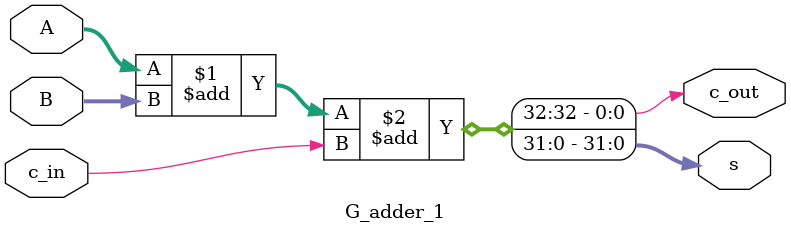
<source format=v>

module G_adder_1 #(parameter N=32)(
input  signed[(N-1):0]A,B,
input c_in,
output signed [(N-1):0]s,
output c_out    );
assign {c_out,s}=A+B+c_in;
endmodule
</source>
